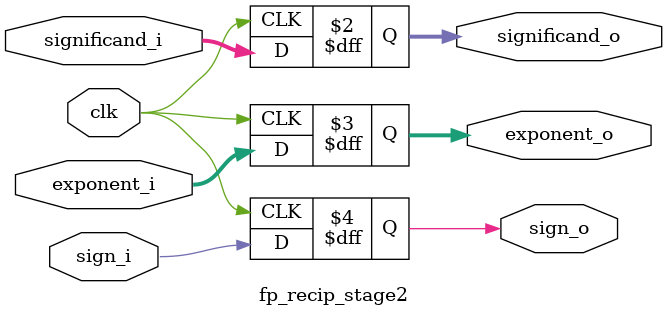
<source format=v>


module fp_recip_stage2
	#(parameter EXPONENT_WIDTH = 8, 
	parameter SIGNIFICAND_WIDTH = 23,
	parameter TOTAL_WIDTH = 1 + EXPONENT_WIDTH + SIGNIFICAND_WIDTH)

	(input								clk,
	input [SIGNIFICAND_WIDTH - 1:0]		significand_i,
	input [EXPONENT_WIDTH - 1:0]		exponent_i,
	input								sign_i,
	output reg[SIGNIFICAND_WIDTH - 1:0]	significand_o,
	output reg[EXPONENT_WIDTH - 1:0]	exponent_o,
	output reg							sign_o);

	always @(posedge clk)
	begin
		significand_o 			<= significand_i;
		exponent_o 				<= exponent_i;	
		sign_o 					<= sign_i;
	end

endmodule

</source>
